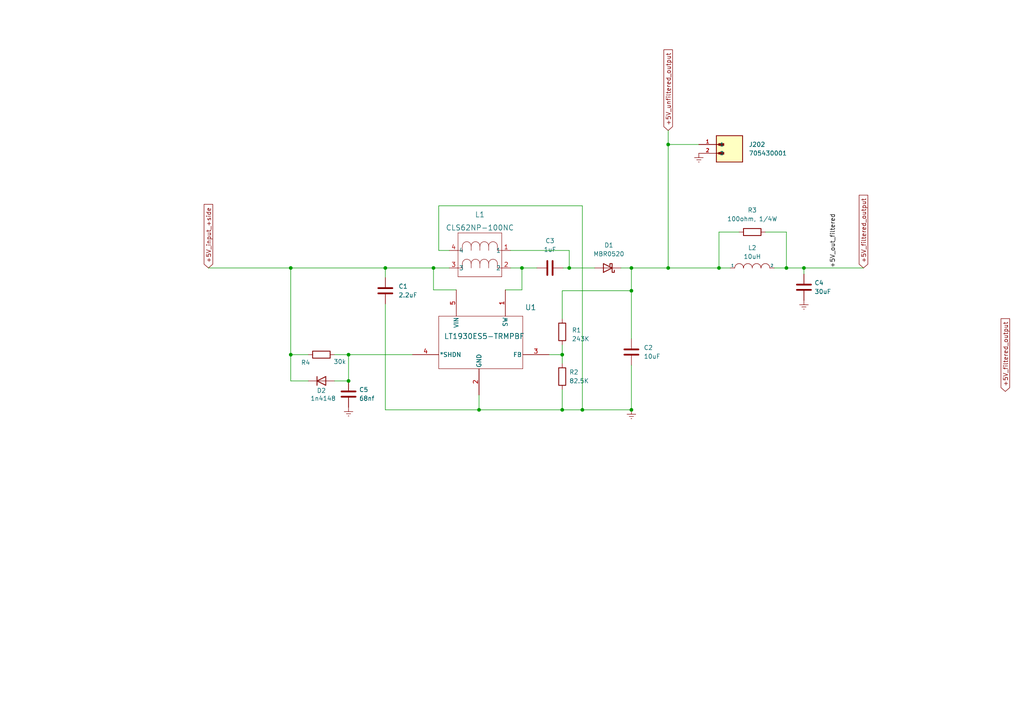
<source format=kicad_sch>
(kicad_sch (version 20211123) (generator eeschema)
  (paper "A4")
  (lib_symbols
    (symbol "705430001:705430001" (pin_names (offset 1.016))
      (property "Reference" "J" (at 0 3.81 0))
      (property "Value" "705430001" (at 0 -7.62 0))
      (symbol "705430001_0_0"
        (rectangle (start 0 -5.08) (end 7.62 2.54) (stroke (width 0.254)) (fill (type background)))
        (polyline (pts (xy 0 -2.54) (xy 1.905 -2.54)) (stroke (width 0.254)))
        (polyline (pts (xy 0 0) (xy 1.905 0)) (stroke (width 0.254)))
        (rectangle (start 0.635 -2.8575) (end 2.2225 -2.2225) (stroke (width 0.1)) (fill (type outline)))
        (rectangle (start 0.635 -0.3175) (end 2.2225 0.3175) (stroke (width 0.1)) (fill (type outline)))
        (pin passive line (at -5.08 0 0) (length 5.08) (name "1") (number "1"))
        (pin passive line (at -5.08 -2.54 0) (length 5.08) (name "2") (number "2"))
      )
    )
    (symbol "CLS62NP-100NC:CLS62NP-100NC" (pin_names (offset 0.254))
      (property "Reference" "L" (at 10.16 12.7 0))
      (property "Value" "CLS62NP-100NC" (at 10.16 7.62 0))
      (symbol "CLS62NP-100NC_0_1"
        (polyline (pts (xy 2.54 -7.62) (xy 15.24 -7.62)) (stroke (width 0.127)))
        (polyline (pts (xy 2.54 0) (xy 3.81 0)) (stroke (width 0.127)))
        (polyline (pts (xy 2.54 5.08) (xy 2.54 -7.62)) (stroke (width 0.127)))
        (polyline (pts (xy 3.81 -5.08) (xy 2.54 -5.08)) (stroke (width 0.127)))
        (polyline (pts (xy 3.81 -5.08) (xy 3.81 -3.81)) (stroke (width 0.127)))
        (polyline (pts (xy 3.81 0) (xy 3.81 1.27)) (stroke (width 0.127)))
        (polyline (pts (xy 6.35 -5.08) (xy 6.35 -3.81)) (stroke (width 0.127)))
        (polyline (pts (xy 6.35 0) (xy 6.35 1.27)) (stroke (width 0.127)))
        (polyline (pts (xy 8.89 -5.08) (xy 8.89 -3.81)) (stroke (width 0.127)))
        (polyline (pts (xy 8.89 0) (xy 8.89 1.27)) (stroke (width 0.127)))
        (polyline (pts (xy 11.43 -5.08) (xy 11.43 -3.81)) (stroke (width 0.127)))
        (polyline (pts (xy 11.43 0) (xy 11.43 1.27)) (stroke (width 0.127)))
        (polyline (pts (xy 13.97 -5.08) (xy 13.97 -3.81)) (stroke (width 0.127)))
        (polyline (pts (xy 13.97 0) (xy 13.97 1.27)) (stroke (width 0.127)))
        (polyline (pts (xy 13.97 0) (xy 15.24 0)) (stroke (width 0.127)))
        (polyline (pts (xy 15.24 -7.62) (xy 15.24 5.08)) (stroke (width 0.127)))
        (polyline (pts (xy 15.24 -5.08) (xy 13.97 -5.08)) (stroke (width 0.127)))
        (polyline (pts (xy 15.24 5.08) (xy 2.54 5.08)) (stroke (width 0.127)))
        (arc (start 6.35 -3.81) (mid 5.08 -2.54) (end 3.81 -3.81) (stroke (width 0.127)))
        (arc (start 6.35 1.27) (mid 5.08 2.54) (end 3.81 1.27) (stroke (width 0.127)))
        (arc (start 8.89 -3.81) (mid 7.62 -2.54) (end 6.35 -3.81) (stroke (width 0.127)))
        (arc (start 8.89 1.27) (mid 7.62 2.54) (end 6.35 1.27) (stroke (width 0.127)))
        (arc (start 11.43 -3.81) (mid 10.16 -2.54) (end 8.89 -3.81) (stroke (width 0.127)))
        (arc (start 11.43 1.27) (mid 10.16 2.54) (end 8.89 1.27) (stroke (width 0.127)))
        (arc (start 13.97 -3.81) (mid 12.7 -2.54) (end 11.43 -3.81) (stroke (width 0.127)))
        (arc (start 13.97 1.27) (mid 12.7 2.54) (end 11.43 1.27) (stroke (width 0.127)))
        (pin unspecified line (at 0 0 0) (length 2.54) (name "1") (number "1"))
        (pin unspecified line (at 0 -5.08 0) (length 2.54) (name "2") (number "2"))
        (pin unspecified line (at 17.78 -5.08 180) (length 2.54) (name "3") (number "3"))
        (pin unspecified line (at 17.78 0 180) (length 2.54) (name "4") (number "4"))
      )
    )
    (symbol "Device:C" (pin_numbers hide) (pin_names (offset 0.254))
      (property "Reference" "C" (at 0.635 2.54 0))
      (property "Value" "C" (at 0.635 -2.54 0))
      (symbol "C_0_1"
        (polyline (pts (xy -2.032 -0.762) (xy 2.032 -0.762)) (stroke (width 0.508)))
        (polyline (pts (xy -2.032 0.762) (xy 2.032 0.762)) (stroke (width 0.508)))
      )
      (symbol "C_1_1"
        (pin passive line (at 0 3.81 270) (length 2.794) (name "~") (number "1"))
        (pin passive line (at 0 -3.81 90) (length 2.794) (name "~") (number "2"))
      )
    )
    (symbol "Device:D" (pin_numbers hide) (pin_names (offset 1.016) hide)
      (property "Reference" "D" (at 0 2.54 0))
      (property "Value" "D" (at 0 -2.54 0))
      (symbol "D_0_1"
        (polyline (pts (xy -1.27 1.27) (xy -1.27 -1.27)) (stroke (width 0.254)))
        (polyline (pts (xy 1.27 0) (xy -1.27 0)))
        (polyline (pts (xy 1.27 1.27) (xy 1.27 -1.27) (xy -1.27 0) (xy 1.27 1.27)) (stroke (width 0.254)))
      )
      (symbol "D_1_1"
        (pin passive line (at -3.81 0 0) (length 2.54) (name "K") (number "1"))
        (pin passive line (at 3.81 0 180) (length 2.54) (name "A") (number "2"))
      )
    )
    (symbol "Device:D_Schottky" (pin_numbers hide) (pin_names (offset 1.016) hide)
      (property "Reference" "D" (at 0 2.54 0))
      (property "Value" "D_Schottky" (at 0 -2.54 0))
      (symbol "D_Schottky_0_1"
        (polyline (pts (xy 1.27 0) (xy -1.27 0)))
        (polyline (pts (xy 1.27 1.27) (xy 1.27 -1.27) (xy -1.27 0) (xy 1.27 1.27)) (stroke (width 0.254)))
        (polyline (pts (xy -1.905 0.635) (xy -1.905 1.27) (xy -1.27 1.27) (xy -1.27 -1.27) (xy -0.635 -1.27) (xy -0.635 -0.635)) (stroke (width 0.254)))
      )
      (symbol "D_Schottky_1_1"
        (pin passive line (at -3.81 0 0) (length 2.54) (name "K") (number "1"))
        (pin passive line (at 3.81 0 180) (length 2.54) (name "A") (number "2"))
      )
    )
    (symbol "Device:R" (pin_numbers hide) (pin_names (offset 0))
      (property "Reference" "R" (at 2.032 0 90))
      (property "Value" "R" (at 0 0 90))
      (symbol "R_0_1"
        (rectangle (start -1.016 -2.54) (end 1.016 2.54) (stroke (width 0.254)))
      )
      (symbol "R_1_1"
        (pin passive line (at 0 3.81 270) (length 1.27) (name "~") (number "1"))
        (pin passive line (at 0 -3.81 90) (length 1.27) (name "~") (number "2"))
      )
    )
    (symbol "LT1930ES5-TRMPBF_1" (pin_names (offset 0.254))
      (property "Reference" "U" (at 22.86 12.192 0))
      (property "Value" "LT1930ES5-TRMPBF_1" (at 22.86 9.652 0))
      (symbol "LT1930ES5-TRMPBF_1_0_1"
        (polyline (pts (xy -11.684 -7.62) (xy 12.7 -7.62)) (stroke (width 0.127)))
        (polyline (pts (xy -11.684 7.62) (xy -11.684 -7.62)) (stroke (width 0.127)))
        (polyline (pts (xy 12.7 -7.62) (xy 12.7 7.62)) (stroke (width 0.127)))
        (polyline (pts (xy 12.7 7.62) (xy -11.684 7.62)) (stroke (width 0.127)))
        (pin unspecified line (at 7.62 15.24 270) (length 7.62) (name "SW") (number "1"))
        (pin power_in line (at 0 -15.24 90) (length 7.62) (name "GND") (number "2"))
        (pin input line (at 20.32 -3.556 180) (length 7.62) (name "FB") (number "3"))
        (pin input line (at -19.304 -3.556 0) (length 7.62) (name "*SHDN") (number "4"))
        (pin power_in line (at -6.604 15.24 270) (length 7.62) (name "VIN") (number "5"))
      )
    )
    (symbol "power:Earth" (power) (pin_names (offset 0))
      (symbol "Earth_0_1"
        (polyline (pts (xy -0.635 -1.905) (xy 0.635 -1.905)))
        (polyline (pts (xy -0.127 -2.54) (xy 0.127 -2.54)))
        (polyline (pts (xy 0 -1.27) (xy 0 0)))
        (polyline (pts (xy 1.27 -1.27) (xy -1.27 -1.27)))
      )
      (symbol "Earth_1_1"
        (pin power_in line (at 0 0 270) (length 0) hide (name "Earth") (number "1"))
      )
    )
    (symbol "pspice:INDUCTOR" (pin_numbers hide) (pin_names (offset 0))
      (property "Reference" "L" (at 0 2.54 0))
      (property "Value" "INDUCTOR" (at 0 -1.27 0))
      (symbol "INDUCTOR_0_1"
        (arc (start -2.54 0) (mid -3.81 1.27) (end -5.08 0))
        (arc (start 0 0) (mid -1.27 1.27) (end -2.54 0))
        (arc (start 2.54 0) (mid 1.27 1.27) (end 0 0))
        (arc (start 5.08 0) (mid 3.81 1.27) (end 2.54 0))
      )
      (symbol "INDUCTOR_1_1"
        (pin input line (at -6.35 0 0) (length 1.27) (name "1") (number "1"))
        (pin input line (at 6.35 0 180) (length 1.27) (name "2") (number "2"))
      )
    )
  )
  (junction (at 193.802 77.724))
  (junction (at 163.068 102.87))
  (junction (at 233.172 77.724))
  (junction (at 228.092 77.724))
  (junction (at 165.1 77.724))
  (junction (at 125.73 77.724))
  (junction (at 193.802 41.91))
  (junction (at 151.384 77.724))
  (junction (at 84.328 102.87))
  (junction (at 208.534 77.724))
  (junction (at 168.91 118.872))
  (junction (at 183.134 77.724))
  (junction (at 84.328 77.724))
  (junction (at 163.068 118.872))
  (junction (at 101.092 110.49))
  (junction (at 183.134 84.328))
  (junction (at 138.938 118.872))
  (junction (at 101.092 102.87))
  (junction (at 183.134 118.872))
  (junction (at 111.76 77.724))
  (wire (pts (xy 163.068 118.872) (xy 168.91 118.872)))
  (wire (pts (xy 101.092 110.49) (xy 97.028 110.49)))
  (wire (pts (xy 84.328 77.724) (xy 111.76 77.724)))
  (wire (pts (xy 228.092 77.724) (xy 224.536 77.724)))
  (wire (pts (xy 163.068 84.328) (xy 183.134 84.328)))
  (wire (pts (xy 183.134 77.724) (xy 183.134 84.328)))
  (wire (pts (xy 159.258 102.87) (xy 163.068 102.87)))
  (wire (pts (xy 111.76 77.724) (xy 111.76 80.518)))
  (wire (pts (xy 183.134 77.724) (xy 193.802 77.724)))
  (wire (pts (xy 193.802 37.846) (xy 193.802 41.91)))
  (wire (pts (xy 127.254 72.644) (xy 127.254 59.69)))
  (wire (pts (xy 101.092 102.87) (xy 119.634 102.87)))
  (wire (pts (xy 183.134 84.328) (xy 183.134 98.298)))
  (wire (pts (xy 125.73 84.074) (xy 132.334 84.074)))
  (wire (pts (xy 211.836 77.724) (xy 208.534 77.724)))
  (wire (pts (xy 163.068 92.456) (xy 163.068 84.328)))
  (wire (pts (xy 233.172 77.724) (xy 250.444 77.724)))
  (wire (pts (xy 168.91 59.69) (xy 168.91 118.872)))
  (wire (pts (xy 125.73 77.724) (xy 111.76 77.724)))
  (wire (pts (xy 193.802 41.91) (xy 202.692 41.91)))
  (wire (pts (xy 138.938 118.872) (xy 163.068 118.872)))
  (wire (pts (xy 84.328 77.724) (xy 84.328 102.87)))
  (wire (pts (xy 228.092 77.724) (xy 233.172 77.724)))
  (wire (pts (xy 163.068 113.03) (xy 163.068 118.872)))
  (wire (pts (xy 165.1 77.724) (xy 172.466 77.724)))
  (wire (pts (xy 138.938 114.554) (xy 138.938 118.872)))
  (wire (pts (xy 168.91 118.872) (xy 183.134 118.872)))
  (wire (pts (xy 228.092 67.31) (xy 228.092 77.724)))
  (wire (pts (xy 111.76 88.138) (xy 111.76 118.872)))
  (wire (pts (xy 165.1 72.644) (xy 165.1 77.724)))
  (wire (pts (xy 193.802 41.91) (xy 193.802 77.724)))
  (wire (pts (xy 208.534 67.31) (xy 214.376 67.31)))
  (wire (pts (xy 130.302 77.724) (xy 125.73 77.724)))
  (wire (pts (xy 208.534 77.724) (xy 208.534 67.31)))
  (wire (pts (xy 163.068 102.87) (xy 163.068 105.41)))
  (wire (pts (xy 97.028 102.87) (xy 101.092 102.87)))
  (wire (pts (xy 130.302 72.644) (xy 127.254 72.644)))
  (wire (pts (xy 101.092 102.87) (xy 101.092 110.49)))
  (wire (pts (xy 127.254 59.69) (xy 168.91 59.69)))
  (wire (pts (xy 148.082 77.724) (xy 151.384 77.724)))
  (wire (pts (xy 221.996 67.31) (xy 228.092 67.31)))
  (wire (pts (xy 151.384 77.724) (xy 155.702 77.724)))
  (wire (pts (xy 84.328 102.87) (xy 84.328 110.49)))
  (wire (pts (xy 151.384 77.724) (xy 151.384 84.074)))
  (wire (pts (xy 89.408 102.87) (xy 84.328 102.87)))
  (wire (pts (xy 193.802 77.724) (xy 208.534 77.724)))
  (wire (pts (xy 180.086 77.724) (xy 183.134 77.724)))
  (wire (pts (xy 125.73 77.724) (xy 125.73 84.074)))
  (wire (pts (xy 233.172 77.724) (xy 233.172 79.502)))
  (wire (pts (xy 84.328 110.49) (xy 89.408 110.49)))
  (wire (pts (xy 148.082 72.644) (xy 165.1 72.644)))
  (wire (pts (xy 111.76 118.872) (xy 138.938 118.872)))
  (wire (pts (xy 163.322 77.724) (xy 165.1 77.724)))
  (wire (pts (xy 163.068 100.076) (xy 163.068 102.87)))
  (wire (pts (xy 60.452 77.724) (xy 84.328 77.724)))
  (wire (pts (xy 183.134 105.918) (xy 183.134 118.872)))
  (wire (pts (xy 151.384 84.074) (xy 146.558 84.074)))
  (label "+5V_out_filtered" (at 242.57 77.724 90))
  (global_label "+5V_unfiltered_output" (shape input) (at 193.802 37.846 90) (property "Intersheet References" "${INTERSHEET_REFS}" (effects hide)))
  (global_label "+5V_input_+side" (shape input) (at 60.452 77.724 90) (property "Intersheet References" "${INTERSHEET_REFS}" (effects hide)))
  (global_label "+5V_filtered_output" (shape input) (at 291.592 113.538 90) (property "Intersheet References" "${INTERSHEET_REFS}" (effects hide)))
  (global_label "+5V_filtered_output" (shape input) (at 250.444 77.724 90) (property "Intersheet References" "${INTERSHEET_REFS}" (effects hide)))
  (symbol (lib_id "Device:D_Schottky") (at 176.276 77.724 180) (unit 1)
    (property "Reference" "D1" (at 176.5935 71.12 0))
    (property "Value" "MBR0520" (at 176.5935 73.66 0))
    (property "Footprint" "Diode_SMD:D_SOD-123" (effects hide))
    (property "Digikey" "3191-MBR0520CT-ND" (effects hide))
    (property "Description" "DIODE SCHOTTKY 20V 500MA SOD123" (effects hide))
  )
  (symbol (lib_id "Device:C") (at 111.76 84.328 0) (unit 1)
    (property "Reference" "C1" (at 115.57 83.0579 0) (effects (justify left)))
    (property "Value" "2.2uF" (at 115.57 85.5979 0) (effects (justify left)))
    (property "Footprint" "Capacitor_SMD:C_0805_2012Metric" (effects hide))
    (property "Digikey" "587-5919-1-ND" (effects hide))
    (property "Description" "CAP CER 2.2UF 10V X5R 0805" (effects hide))
  )
  (symbol (lib_name "LT1930ES5-TRMPBF_1") (lib_id "LT1930:LT1930ES5-TRMPBF") (at 138.938 99.314 0) (unit 1)
    (property "Reference" "U1" (at 153.924 89.154 0) (effects (font (size 1.524 1.524))))
    (property "Value" "LT1930ES5-TRMPBF" (at 140.462 97.536 0) (effects (font (size 1.524 1.524))))
    (property "Footprint" "Package_TO_SOT_SMD:TSOT-23-5" (effects hide))
    (property "Datasheet" "LT1930ES5-TRMPBF" (effects hide))
    (property "Digikey" "505-LT1930ES5#TRMPBFCT-ND" (effects hide))
    (property "Description" "IC REG MULTI CONFG ADJ TSOT23-5" (effects hide))
  )
  (symbol (lib_id "power:Earth") (at 101.092 118.11 0) (unit 1)
    (property "Reference" "#PWR02" (effects hide))
    (property "Value" "Earth" (effects hide))
  )
  (symbol (lib_id "Device:R") (at 163.068 96.266 0) (unit 1)
    (property "Reference" "R1" (at 165.862 95.758 0) (effects (justify left)))
    (property "Value" "243K" (at 165.862 98.298 0) (effects (justify left)))
    (property "Footprint" "Resistor_SMD:R_0805_2012Metric" (effects hide))
    (property "Digikey" "RMCF0805FT243KCT-ND" (effects hide))
    (property "Description" "RES 243K OHM 1% 1/8W 0805" (effects hide))
  )
  (symbol (lib_id "power:Earth") (at 233.172 87.122 0) (unit 1)
    (property "Reference" "#PWR04" (effects hide))
    (property "Value" "Earth" (effects hide))
  )
  (symbol (lib_id "power:Earth") (at 202.692 44.45 0) (unit 1)
    (property "Reference" "#PWR0105" (effects hide))
    (property "Value" "Earth" (effects hide))
  )
  (symbol (lib_id "Device:C") (at 101.092 114.3 0) (unit 1)
    (property "Reference" "C5" (at 104.14 113.0299 0) (effects (justify left)))
    (property "Value" "68nf" (at 104.14 115.5699 0) (effects (justify left)))
    (property "Footprint" "Capacitor_SMD:C_0805_2012Metric" (effects hide))
    (property "Digikey" "399-C0805C683K5RECAUTO7210CT-ND" (effects hide))
    (property "Description" "CAP CER 0805 68NF 50V X7R 10%" (effects hide))
  )
  (symbol (lib_id "CLS62NP-100NC:CLS62NP-100NC") (at 148.082 72.644 0) (mirror y) (unit 1)
    (property "Reference" "L1" (at 139.192 62.23 0) (effects (font (size 1.524 1.524))))
    (property "Value" "CLS62NP-100NC" (at 139.192 66.04 0) (effects (font (size 1.524 1.524))))
    (property "Footprint" "CLS62_SUM" (effects hide))
    (property "Datasheet" "CLS62NP-100NC" (effects hide))
    (property "Description" "FIXED IND 10UH 700MA 200MOHM SMD" (effects hide))
    (property "Digikey" "308-2327-1-ND" (effects hide))
  )
  (symbol (lib_id "Device:R") (at 163.068 109.22 0) (unit 1)
    (property "Reference" "R2" (at 165.1 107.9499 0) (effects (justify left)))
    (property "Value" "82.5K" (at 165.1 110.4899 0) (effects (justify left)))
    (property "Footprint" "Resistor_SMD:R_0805_2012Metric" (effects hide))
    (property "Digikey" "RMCF0805FT82K5CT-ND" (effects hide))
    (property "Description" "RES 82.5K OHM 1% 1/8W 0805" (effects hide))
  )
  (symbol (lib_id "Device:C") (at 183.134 102.108 0) (unit 1)
    (property "Reference" "C2" (at 186.69 100.8379 0) (effects (justify left)))
    (property "Value" "10uF" (at 186.69 103.3779 0) (effects (justify left)))
    (property "Footprint" "Capacitor_SMD:C_0805_2012Metric" (effects hide))
    (property "Digikey" "445-5984-1-ND" (effects hide))
    (property "Description" "CAP CER 10UF 25V X5R 0805" (effects hide))
  )
  (symbol (lib_id "Device:C") (at 159.512 77.724 90) (unit 1)
    (property "Reference" "C3" (at 159.512 69.85 90))
    (property "Value" "1uF" (at 159.512 72.39 90))
    (property "Footprint" "Capacitor_SMD:C_0805_2012Metric" (effects hide))
    (property "Manufacturer" "Taiyo Yuden" (effects hide))
    (property "Digikey" "445-7547-1-ND" (effects hide))
    (property "Description" "1 µF ±10% 50V Ceramic Capacitor X7R 0805 (2012 Metric)" (effects hide))
  )
  (symbol (lib_id "pspice:INDUCTOR") (at 218.186 77.724 0) (unit 1)
    (property "Reference" "L2" (at 218.186 71.882 0))
    (property "Value" "10uH" (at 218.186 74.422 0))
    (property "Footprint" "Inductor_SMD:L_Taiyo-Yuden_NR-40xx" (effects hide))
    (property "Digikey" "587-2886-1-ND" (effects hide))
    (property "Detailed Description" "FIXED IND 10UH 1.2A 180 MOHM SMD" (effects hide))
    (property "Description" "100 µH Shielded Drum Core,Wirewound Inductor 1.53 A 160mOhm Max Nonstandard" (effects hide))
  )
  (symbol (lib_id "Device:R") (at 218.186 67.31 90) (unit 1)
    (property "Reference" "R3" (at 218.186 60.96 90))
    (property "Value" "100ohm, 1/4W" (at 218.186 63.5 90))
    (property "Footprint" "Resistor_SMD:R_0805_2012Metric" (effects hide))
    (property "Description" "RES SMD 100 OHM 1% 1/2W 0805" (effects hide))
    (property "Digikey" "P16057CT-ND" (effects hide))
  )
  (symbol (lib_id "Device:D") (at 93.218 110.49 0) (unit 1)
    (property "Reference" "D2" (at 93.218 113.284 0))
    (property "Value" "1n4148" (at 93.726 115.57 0))
    (property "Footprint" "Diode_SMD:D_SOD-323" (effects hide))
    (property "Digikey" "1N4148WS-HE3-08GICT-ND" (effects hide))
    (property "Description" "DIODE GEN PURP 75V 150MA SOD323" (effects hide))
  )
  (symbol (lib_id "705430001:705430001") (at 207.772 41.91 0) (unit 1)
    (property "Reference" "J202" (at 217.17 41.9099 0) (effects (justify left)))
    (property "Value" "705430001" (at 217.17 44.4499 0) (effects (justify left)))
    (property "Footprint" "MOLEX_705430001" (effects hide))
    (property "PARTREV" "M1" (effects hide))
    (property "STANDARD" "Manufacturer Recommendations" (effects hide))
    (property "MAXIMUM_PACKAGE_HEIGHT" "11.81 mm" (effects hide))
    (property "MANUFACTURER" "Molex" (effects hide))
    (property "Description" "CONN HEADER VERT 2POS 2.54MM" (effects hide))
    (property "Digikey" "WM4800-ND" (effects hide))
    (property "Manufacturer Part number" "0705430001" (effects hide))
  )
  (symbol (lib_id "Device:R") (at 93.218 102.87 90) (unit 1)
    (property "Reference" "R4" (at 88.646 105.156 90))
    (property "Value" "30k" (at 98.552 104.902 90))
    (property "Footprint" "Resistor_SMD:R_0805_2012Metric" (effects hide))
    (property "Digikey" "311-30.0KCRCT-ND" (effects hide))
    (property "Description" "RES 30K OHM 1% 1/8W 0805" (effects hide))
  )
  (symbol (lib_id "Device:C") (at 233.172 83.312 0) (unit 1)
    (property "Reference" "C4" (at 236.22 82.0419 0) (effects (justify left)))
    (property "Value" "30uF" (at 236.22 84.5819 0) (effects (justify left)))
    (property "Footprint" "Capacitor_SMD:C_1206_3216Metric" (effects hide))
    (property "Description" "CAP CER 33UF 25V X5R 1206" (effects hide))
    (property "Digikey" "445-8046-1-ND" (effects hide))
  )
  (symbol (lib_id "power:Earth") (at 183.134 118.872 0) (unit 1)
    (property "Reference" "#PWR03" (effects hide))
    (property "Value" "Earth" (effects hide))
  )
)
</source>
